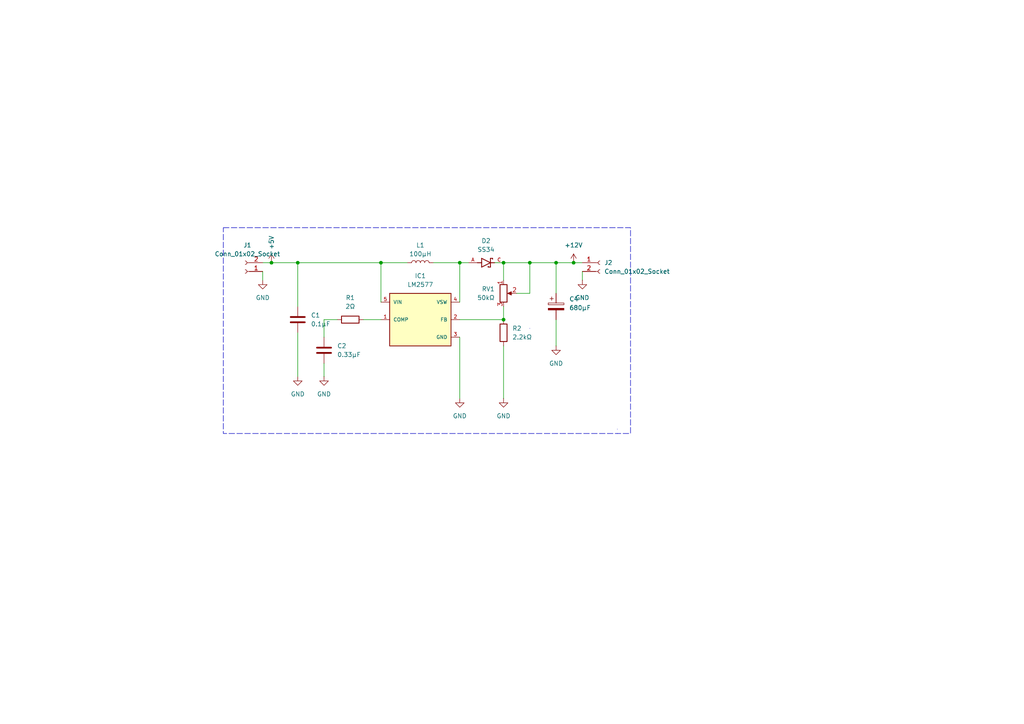
<source format=kicad_sch>
(kicad_sch
	(version 20231120)
	(generator "eeschema")
	(generator_version "8.0")
	(uuid "e246c04f-e4da-414d-a37b-f27ace7b7c1e")
	(paper "A4")
	(title_block
		(title "PCB Magang Barunastra")
		(comment 1 "Buck Boost Converter")
	)
	(lib_symbols
		(symbol "Connector:Conn_01x02_Socket"
			(pin_names
				(offset 1.016) hide)
			(exclude_from_sim no)
			(in_bom yes)
			(on_board yes)
			(property "Reference" "J"
				(at 0 2.54 0)
				(effects
					(font
						(size 1.27 1.27)
					)
				)
			)
			(property "Value" "Conn_01x02_Socket"
				(at 0 -5.08 0)
				(effects
					(font
						(size 1.27 1.27)
					)
				)
			)
			(property "Footprint" ""
				(at 0 0 0)
				(effects
					(font
						(size 1.27 1.27)
					)
					(hide yes)
				)
			)
			(property "Datasheet" "~"
				(at 0 0 0)
				(effects
					(font
						(size 1.27 1.27)
					)
					(hide yes)
				)
			)
			(property "Description" "Generic connector, single row, 01x02, script generated"
				(at 0 0 0)
				(effects
					(font
						(size 1.27 1.27)
					)
					(hide yes)
				)
			)
			(property "ki_locked" ""
				(at 0 0 0)
				(effects
					(font
						(size 1.27 1.27)
					)
				)
			)
			(property "ki_keywords" "connector"
				(at 0 0 0)
				(effects
					(font
						(size 1.27 1.27)
					)
					(hide yes)
				)
			)
			(property "ki_fp_filters" "Connector*:*_1x??_*"
				(at 0 0 0)
				(effects
					(font
						(size 1.27 1.27)
					)
					(hide yes)
				)
			)
			(symbol "Conn_01x02_Socket_1_1"
				(arc
					(start 0 -2.032)
					(mid -0.5058 -2.54)
					(end 0 -3.048)
					(stroke
						(width 0.1524)
						(type default)
					)
					(fill
						(type none)
					)
				)
				(polyline
					(pts
						(xy -1.27 -2.54) (xy -0.508 -2.54)
					)
					(stroke
						(width 0.1524)
						(type default)
					)
					(fill
						(type none)
					)
				)
				(polyline
					(pts
						(xy -1.27 0) (xy -0.508 0)
					)
					(stroke
						(width 0.1524)
						(type default)
					)
					(fill
						(type none)
					)
				)
				(arc
					(start 0 0.508)
					(mid -0.5058 0)
					(end 0 -0.508)
					(stroke
						(width 0.1524)
						(type default)
					)
					(fill
						(type none)
					)
				)
				(pin passive line
					(at -5.08 0 0)
					(length 3.81)
					(name "Pin_1"
						(effects
							(font
								(size 1.27 1.27)
							)
						)
					)
					(number "1"
						(effects
							(font
								(size 1.27 1.27)
							)
						)
					)
				)
				(pin passive line
					(at -5.08 -2.54 0)
					(length 3.81)
					(name "Pin_2"
						(effects
							(font
								(size 1.27 1.27)
							)
						)
					)
					(number "2"
						(effects
							(font
								(size 1.27 1.27)
							)
						)
					)
				)
			)
		)
		(symbol "Device:C"
			(pin_numbers hide)
			(pin_names
				(offset 0.254)
			)
			(exclude_from_sim no)
			(in_bom yes)
			(on_board yes)
			(property "Reference" "C"
				(at 0.635 2.54 0)
				(effects
					(font
						(size 1.27 1.27)
					)
					(justify left)
				)
			)
			(property "Value" "C"
				(at 0.635 -2.54 0)
				(effects
					(font
						(size 1.27 1.27)
					)
					(justify left)
				)
			)
			(property "Footprint" ""
				(at 0.9652 -3.81 0)
				(effects
					(font
						(size 1.27 1.27)
					)
					(hide yes)
				)
			)
			(property "Datasheet" "~"
				(at 0 0 0)
				(effects
					(font
						(size 1.27 1.27)
					)
					(hide yes)
				)
			)
			(property "Description" "Unpolarized capacitor"
				(at 0 0 0)
				(effects
					(font
						(size 1.27 1.27)
					)
					(hide yes)
				)
			)
			(property "ki_keywords" "cap capacitor"
				(at 0 0 0)
				(effects
					(font
						(size 1.27 1.27)
					)
					(hide yes)
				)
			)
			(property "ki_fp_filters" "C_*"
				(at 0 0 0)
				(effects
					(font
						(size 1.27 1.27)
					)
					(hide yes)
				)
			)
			(symbol "C_0_1"
				(polyline
					(pts
						(xy -2.032 -0.762) (xy 2.032 -0.762)
					)
					(stroke
						(width 0.508)
						(type default)
					)
					(fill
						(type none)
					)
				)
				(polyline
					(pts
						(xy -2.032 0.762) (xy 2.032 0.762)
					)
					(stroke
						(width 0.508)
						(type default)
					)
					(fill
						(type none)
					)
				)
			)
			(symbol "C_1_1"
				(pin passive line
					(at 0 3.81 270)
					(length 2.794)
					(name "~"
						(effects
							(font
								(size 1.27 1.27)
							)
						)
					)
					(number "1"
						(effects
							(font
								(size 1.27 1.27)
							)
						)
					)
				)
				(pin passive line
					(at 0 -3.81 90)
					(length 2.794)
					(name "~"
						(effects
							(font
								(size 1.27 1.27)
							)
						)
					)
					(number "2"
						(effects
							(font
								(size 1.27 1.27)
							)
						)
					)
				)
			)
		)
		(symbol "Device:C_Polarized"
			(pin_numbers hide)
			(pin_names
				(offset 0.254)
			)
			(exclude_from_sim no)
			(in_bom yes)
			(on_board yes)
			(property "Reference" "C"
				(at 0.635 2.54 0)
				(effects
					(font
						(size 1.27 1.27)
					)
					(justify left)
				)
			)
			(property "Value" "C_Polarized"
				(at 0.635 -2.54 0)
				(effects
					(font
						(size 1.27 1.27)
					)
					(justify left)
				)
			)
			(property "Footprint" ""
				(at 0.9652 -3.81 0)
				(effects
					(font
						(size 1.27 1.27)
					)
					(hide yes)
				)
			)
			(property "Datasheet" "~"
				(at 0 0 0)
				(effects
					(font
						(size 1.27 1.27)
					)
					(hide yes)
				)
			)
			(property "Description" "Polarized capacitor"
				(at 0 0 0)
				(effects
					(font
						(size 1.27 1.27)
					)
					(hide yes)
				)
			)
			(property "ki_keywords" "cap capacitor"
				(at 0 0 0)
				(effects
					(font
						(size 1.27 1.27)
					)
					(hide yes)
				)
			)
			(property "ki_fp_filters" "CP_*"
				(at 0 0 0)
				(effects
					(font
						(size 1.27 1.27)
					)
					(hide yes)
				)
			)
			(symbol "C_Polarized_0_1"
				(rectangle
					(start -2.286 0.508)
					(end 2.286 1.016)
					(stroke
						(width 0)
						(type default)
					)
					(fill
						(type none)
					)
				)
				(polyline
					(pts
						(xy -1.778 2.286) (xy -0.762 2.286)
					)
					(stroke
						(width 0)
						(type default)
					)
					(fill
						(type none)
					)
				)
				(polyline
					(pts
						(xy -1.27 2.794) (xy -1.27 1.778)
					)
					(stroke
						(width 0)
						(type default)
					)
					(fill
						(type none)
					)
				)
				(rectangle
					(start 2.286 -0.508)
					(end -2.286 -1.016)
					(stroke
						(width 0)
						(type default)
					)
					(fill
						(type outline)
					)
				)
			)
			(symbol "C_Polarized_1_1"
				(pin passive line
					(at 0 3.81 270)
					(length 2.794)
					(name "~"
						(effects
							(font
								(size 1.27 1.27)
							)
						)
					)
					(number "1"
						(effects
							(font
								(size 1.27 1.27)
							)
						)
					)
				)
				(pin passive line
					(at 0 -3.81 90)
					(length 2.794)
					(name "~"
						(effects
							(font
								(size 1.27 1.27)
							)
						)
					)
					(number "2"
						(effects
							(font
								(size 1.27 1.27)
							)
						)
					)
				)
			)
		)
		(symbol "Device:L"
			(pin_numbers hide)
			(pin_names
				(offset 1.016) hide)
			(exclude_from_sim no)
			(in_bom yes)
			(on_board yes)
			(property "Reference" "L"
				(at -1.27 0 90)
				(effects
					(font
						(size 1.27 1.27)
					)
				)
			)
			(property "Value" "L"
				(at 1.905 0 90)
				(effects
					(font
						(size 1.27 1.27)
					)
				)
			)
			(property "Footprint" ""
				(at 0 0 0)
				(effects
					(font
						(size 1.27 1.27)
					)
					(hide yes)
				)
			)
			(property "Datasheet" "~"
				(at 0 0 0)
				(effects
					(font
						(size 1.27 1.27)
					)
					(hide yes)
				)
			)
			(property "Description" "Inductor"
				(at 0 0 0)
				(effects
					(font
						(size 1.27 1.27)
					)
					(hide yes)
				)
			)
			(property "ki_keywords" "inductor choke coil reactor magnetic"
				(at 0 0 0)
				(effects
					(font
						(size 1.27 1.27)
					)
					(hide yes)
				)
			)
			(property "ki_fp_filters" "Choke_* *Coil* Inductor_* L_*"
				(at 0 0 0)
				(effects
					(font
						(size 1.27 1.27)
					)
					(hide yes)
				)
			)
			(symbol "L_0_1"
				(arc
					(start 0 -2.54)
					(mid 0.6323 -1.905)
					(end 0 -1.27)
					(stroke
						(width 0)
						(type default)
					)
					(fill
						(type none)
					)
				)
				(arc
					(start 0 -1.27)
					(mid 0.6323 -0.635)
					(end 0 0)
					(stroke
						(width 0)
						(type default)
					)
					(fill
						(type none)
					)
				)
				(arc
					(start 0 0)
					(mid 0.6323 0.635)
					(end 0 1.27)
					(stroke
						(width 0)
						(type default)
					)
					(fill
						(type none)
					)
				)
				(arc
					(start 0 1.27)
					(mid 0.6323 1.905)
					(end 0 2.54)
					(stroke
						(width 0)
						(type default)
					)
					(fill
						(type none)
					)
				)
			)
			(symbol "L_1_1"
				(pin passive line
					(at 0 3.81 270)
					(length 1.27)
					(name "1"
						(effects
							(font
								(size 1.27 1.27)
							)
						)
					)
					(number "1"
						(effects
							(font
								(size 1.27 1.27)
							)
						)
					)
				)
				(pin passive line
					(at 0 -3.81 90)
					(length 1.27)
					(name "2"
						(effects
							(font
								(size 1.27 1.27)
							)
						)
					)
					(number "2"
						(effects
							(font
								(size 1.27 1.27)
							)
						)
					)
				)
			)
		)
		(symbol "Device:R"
			(pin_numbers hide)
			(pin_names
				(offset 0)
			)
			(exclude_from_sim no)
			(in_bom yes)
			(on_board yes)
			(property "Reference" "R"
				(at 2.032 0 90)
				(effects
					(font
						(size 1.27 1.27)
					)
				)
			)
			(property "Value" "R"
				(at 0 0 90)
				(effects
					(font
						(size 1.27 1.27)
					)
				)
			)
			(property "Footprint" ""
				(at -1.778 0 90)
				(effects
					(font
						(size 1.27 1.27)
					)
					(hide yes)
				)
			)
			(property "Datasheet" "~"
				(at 0 0 0)
				(effects
					(font
						(size 1.27 1.27)
					)
					(hide yes)
				)
			)
			(property "Description" "Resistor"
				(at 0 0 0)
				(effects
					(font
						(size 1.27 1.27)
					)
					(hide yes)
				)
			)
			(property "ki_keywords" "R res resistor"
				(at 0 0 0)
				(effects
					(font
						(size 1.27 1.27)
					)
					(hide yes)
				)
			)
			(property "ki_fp_filters" "R_*"
				(at 0 0 0)
				(effects
					(font
						(size 1.27 1.27)
					)
					(hide yes)
				)
			)
			(symbol "R_0_1"
				(rectangle
					(start -1.016 -2.54)
					(end 1.016 2.54)
					(stroke
						(width 0.254)
						(type default)
					)
					(fill
						(type none)
					)
				)
			)
			(symbol "R_1_1"
				(pin passive line
					(at 0 3.81 270)
					(length 1.27)
					(name "~"
						(effects
							(font
								(size 1.27 1.27)
							)
						)
					)
					(number "1"
						(effects
							(font
								(size 1.27 1.27)
							)
						)
					)
				)
				(pin passive line
					(at 0 -3.81 90)
					(length 1.27)
					(name "~"
						(effects
							(font
								(size 1.27 1.27)
							)
						)
					)
					(number "2"
						(effects
							(font
								(size 1.27 1.27)
							)
						)
					)
				)
			)
		)
		(symbol "Device:R_Potentiometer"
			(pin_names
				(offset 1.016) hide)
			(exclude_from_sim no)
			(in_bom yes)
			(on_board yes)
			(property "Reference" "RV"
				(at -4.445 0 90)
				(effects
					(font
						(size 1.27 1.27)
					)
				)
			)
			(property "Value" "R_Potentiometer"
				(at -2.54 0 90)
				(effects
					(font
						(size 1.27 1.27)
					)
				)
			)
			(property "Footprint" ""
				(at 0 0 0)
				(effects
					(font
						(size 1.27 1.27)
					)
					(hide yes)
				)
			)
			(property "Datasheet" "~"
				(at 0 0 0)
				(effects
					(font
						(size 1.27 1.27)
					)
					(hide yes)
				)
			)
			(property "Description" "Potentiometer"
				(at 0 0 0)
				(effects
					(font
						(size 1.27 1.27)
					)
					(hide yes)
				)
			)
			(property "ki_keywords" "resistor variable"
				(at 0 0 0)
				(effects
					(font
						(size 1.27 1.27)
					)
					(hide yes)
				)
			)
			(property "ki_fp_filters" "Potentiometer*"
				(at 0 0 0)
				(effects
					(font
						(size 1.27 1.27)
					)
					(hide yes)
				)
			)
			(symbol "R_Potentiometer_0_1"
				(polyline
					(pts
						(xy 2.54 0) (xy 1.524 0)
					)
					(stroke
						(width 0)
						(type default)
					)
					(fill
						(type none)
					)
				)
				(polyline
					(pts
						(xy 1.143 0) (xy 2.286 0.508) (xy 2.286 -0.508) (xy 1.143 0)
					)
					(stroke
						(width 0)
						(type default)
					)
					(fill
						(type outline)
					)
				)
				(rectangle
					(start 1.016 2.54)
					(end -1.016 -2.54)
					(stroke
						(width 0.254)
						(type default)
					)
					(fill
						(type none)
					)
				)
			)
			(symbol "R_Potentiometer_1_1"
				(pin passive line
					(at 0 3.81 270)
					(length 1.27)
					(name "1"
						(effects
							(font
								(size 1.27 1.27)
							)
						)
					)
					(number "1"
						(effects
							(font
								(size 1.27 1.27)
							)
						)
					)
				)
				(pin passive line
					(at 3.81 0 180)
					(length 1.27)
					(name "2"
						(effects
							(font
								(size 1.27 1.27)
							)
						)
					)
					(number "2"
						(effects
							(font
								(size 1.27 1.27)
							)
						)
					)
				)
				(pin passive line
					(at 0 -3.81 90)
					(length 1.27)
					(name "3"
						(effects
							(font
								(size 1.27 1.27)
							)
						)
					)
					(number "3"
						(effects
							(font
								(size 1.27 1.27)
							)
						)
					)
				)
			)
		)
		(symbol "LM2577:LM2577"
			(pin_names
				(offset 1.016)
			)
			(exclude_from_sim no)
			(in_bom yes)
			(on_board yes)
			(property "Reference" "IC"
				(at -7.6227 8.283 0)
				(effects
					(font
						(size 1.27 1.27)
					)
					(justify left bottom)
				)
			)
			(property "Value" "LM2577"
				(at -7.6346 -10.1795 0)
				(effects
					(font
						(size 1.27 1.27)
					)
					(justify left bottom)
				)
			)
			(property "Footprint" ""
				(at 0 0 0)
				(effects
					(font
						(size 1.27 1.27)
					)
					(hide yes)
				)
			)
			(property "Datasheet" ""
				(at 0 0 0)
				(effects
					(font
						(size 1.27 1.27)
					)
					(hide yes)
				)
			)
			(property "Description" ""
				(at 0 0 0)
				(effects
					(font
						(size 1.27 1.27)
					)
					(hide yes)
				)
			)
			(property "MF" "Texas Instruments"
				(at 0 0 0)
				(effects
					(font
						(size 1.27 1.27)
					)
					(justify bottom)
					(hide yes)
				)
			)
			(property "Description_1" "\n                        \n                            Boost, Flyback, Forward Converter Switching Regulator IC Positive or Negative Adjustable 1.23V 1 Output 3A (Switch) TO-263-6, D²Pak (5 Leads + Tab), TO-263BA\n                        \n"
				(at 0 0 0)
				(effects
					(font
						(size 1.27 1.27)
					)
					(justify bottom)
					(hide yes)
				)
			)
			(property "Package" "TO-263 Texas Instruments"
				(at 0 0 0)
				(effects
					(font
						(size 1.27 1.27)
					)
					(justify bottom)
					(hide yes)
				)
			)
			(property "Price" "None"
				(at 0 0 0)
				(effects
					(font
						(size 1.27 1.27)
					)
					(justify bottom)
					(hide yes)
				)
			)
			(property "SnapEDA_Link" "https://www.snapeda.com/parts/LM2577/Texas+Instruments/view-part/?ref=snap"
				(at 0 0 0)
				(effects
					(font
						(size 1.27 1.27)
					)
					(justify bottom)
					(hide yes)
				)
			)
			(property "MP" "LM2577"
				(at 0 0 0)
				(effects
					(font
						(size 1.27 1.27)
					)
					(justify bottom)
					(hide yes)
				)
			)
			(property "Availability" "Not in stock"
				(at 0 0 0)
				(effects
					(font
						(size 1.27 1.27)
					)
					(justify bottom)
					(hide yes)
				)
			)
			(property "Check_prices" "https://www.snapeda.com/parts/LM2577/Texas+Instruments/view-part/?ref=eda"
				(at 0 0 0)
				(effects
					(font
						(size 1.27 1.27)
					)
					(justify bottom)
					(hide yes)
				)
			)
			(symbol "LM2577_0_0"
				(rectangle
					(start -7.62 -7.62)
					(end 10.16 7.62)
					(stroke
						(width 0.254)
						(type default)
					)
					(fill
						(type background)
					)
				)
				(pin passive line
					(at -10.16 0 0)
					(length 2.54)
					(name "COMP"
						(effects
							(font
								(size 1.016 1.016)
							)
						)
					)
					(number "1"
						(effects
							(font
								(size 1.016 1.016)
							)
						)
					)
				)
				(pin input line
					(at 12.7 0 180)
					(length 2.54)
					(name "FB"
						(effects
							(font
								(size 1.016 1.016)
							)
						)
					)
					(number "2"
						(effects
							(font
								(size 1.016 1.016)
							)
						)
					)
				)
				(pin power_in line
					(at 12.7 -5.08 180)
					(length 2.54)
					(name "GND"
						(effects
							(font
								(size 1.016 1.016)
							)
						)
					)
					(number "3"
						(effects
							(font
								(size 1.016 1.016)
							)
						)
					)
				)
				(pin bidirectional line
					(at 12.7 5.08 180)
					(length 2.54)
					(name "VSW"
						(effects
							(font
								(size 1.016 1.016)
							)
						)
					)
					(number "4"
						(effects
							(font
								(size 1.016 1.016)
							)
						)
					)
				)
				(pin power_in line
					(at -10.16 5.08 0)
					(length 2.54)
					(name "VIN"
						(effects
							(font
								(size 1.016 1.016)
							)
						)
					)
					(number "5"
						(effects
							(font
								(size 1.016 1.016)
							)
						)
					)
				)
			)
		)
		(symbol "New_Library:SS34"
			(pin_names
				(offset 1.016)
			)
			(exclude_from_sim no)
			(in_bom yes)
			(on_board yes)
			(property "Reference" "D"
				(at -5.08 2.54 0)
				(effects
					(font
						(size 1.27 1.27)
					)
					(justify left bottom)
				)
			)
			(property "Value" "SS34"
				(at -5.08 -3.81 0)
				(effects
					(font
						(size 1.27 1.27)
					)
					(justify left bottom)
				)
			)
			(property "Footprint" "SS34:DIO_SS34"
				(at 0 0 0)
				(effects
					(font
						(size 1.27 1.27)
					)
					(justify bottom)
					(hide yes)
				)
			)
			(property "Datasheet" ""
				(at 0 0 0)
				(effects
					(font
						(size 1.27 1.27)
					)
					(hide yes)
				)
			)
			(property "Description" ""
				(at 0 0 0)
				(effects
					(font
						(size 1.27 1.27)
					)
					(hide yes)
				)
			)
			(property "MF" "Taiwan Semiconductor"
				(at 0 0 0)
				(effects
					(font
						(size 1.27 1.27)
					)
					(justify bottom)
					(hide yes)
				)
			)
			(property "MAXIMUM_PACKAGE_HEIGHT" "2.65mm"
				(at 0 0 0)
				(effects
					(font
						(size 1.27 1.27)
					)
					(justify bottom)
					(hide yes)
				)
			)
			(property "Package" "DO-214AB-2 Taiwan Semiconductor"
				(at 0 0 0)
				(effects
					(font
						(size 1.27 1.27)
					)
					(justify bottom)
					(hide yes)
				)
			)
			(property "Price" "None"
				(at 0 0 0)
				(effects
					(font
						(size 1.27 1.27)
					)
					(justify bottom)
					(hide yes)
				)
			)
			(property "Check_prices" "https://www.snapeda.com/parts/SS34/Taiwan+Semiconductor/view-part/?ref=eda"
				(at 0 0 0)
				(effects
					(font
						(size 1.27 1.27)
					)
					(justify bottom)
					(hide yes)
				)
			)
			(property "STANDARD" "Manufacturer Recommendations"
				(at 0 0 0)
				(effects
					(font
						(size 1.27 1.27)
					)
					(justify bottom)
					(hide yes)
				)
			)
			(property "PARTREV" "S2311"
				(at 0 0 0)
				(effects
					(font
						(size 1.27 1.27)
					)
					(justify bottom)
					(hide yes)
				)
			)
			(property "SnapEDA_Link" "https://www.snapeda.com/parts/SS34/Taiwan+Semiconductor/view-part/?ref=snap"
				(at 0 0 0)
				(effects
					(font
						(size 1.27 1.27)
					)
					(justify bottom)
					(hide yes)
				)
			)
			(property "MP" "SS34"
				(at 0 0 0)
				(effects
					(font
						(size 1.27 1.27)
					)
					(justify bottom)
					(hide yes)
				)
			)
			(property "Description_1" "\n                        \n                            3A, 40V, Schottky Rectifier\n                        \n"
				(at 0 0 0)
				(effects
					(font
						(size 1.27 1.27)
					)
					(justify bottom)
					(hide yes)
				)
			)
			(property "Availability" "In Stock"
				(at 0 0 0)
				(effects
					(font
						(size 1.27 1.27)
					)
					(justify bottom)
					(hide yes)
				)
			)
			(property "MANUFACTURER" "Taiwan Semiconductor"
				(at 0 0 0)
				(effects
					(font
						(size 1.27 1.27)
					)
					(justify bottom)
					(hide yes)
				)
			)
			(symbol "SS34_0_0"
				(polyline
					(pts
						(xy -2.54 0) (xy -1.27 0)
					)
					(stroke
						(width 0.254)
						(type default)
					)
					(fill
						(type none)
					)
				)
				(polyline
					(pts
						(xy -1.27 -1.27) (xy 1.27 0)
					)
					(stroke
						(width 0.254)
						(type default)
					)
					(fill
						(type none)
					)
				)
				(polyline
					(pts
						(xy -1.27 0) (xy -1.27 -1.27)
					)
					(stroke
						(width 0.254)
						(type default)
					)
					(fill
						(type none)
					)
				)
				(polyline
					(pts
						(xy -1.27 1.27) (xy -1.27 0)
					)
					(stroke
						(width 0.254)
						(type default)
					)
					(fill
						(type none)
					)
				)
				(polyline
					(pts
						(xy 0.635 -1.016) (xy 0.635 -1.27)
					)
					(stroke
						(width 0.254)
						(type default)
					)
					(fill
						(type none)
					)
				)
				(polyline
					(pts
						(xy 1.27 -1.27) (xy 0.635 -1.27)
					)
					(stroke
						(width 0.254)
						(type default)
					)
					(fill
						(type none)
					)
				)
				(polyline
					(pts
						(xy 1.27 0) (xy -1.27 1.27)
					)
					(stroke
						(width 0.254)
						(type default)
					)
					(fill
						(type none)
					)
				)
				(polyline
					(pts
						(xy 1.27 0) (xy 1.27 -1.27)
					)
					(stroke
						(width 0.254)
						(type default)
					)
					(fill
						(type none)
					)
				)
				(polyline
					(pts
						(xy 1.27 1.27) (xy 1.27 0)
					)
					(stroke
						(width 0.254)
						(type default)
					)
					(fill
						(type none)
					)
				)
				(polyline
					(pts
						(xy 1.905 1.27) (xy 1.27 1.27)
					)
					(stroke
						(width 0.254)
						(type default)
					)
					(fill
						(type none)
					)
				)
				(polyline
					(pts
						(xy 1.905 1.27) (xy 1.905 1.016)
					)
					(stroke
						(width 0.254)
						(type default)
					)
					(fill
						(type none)
					)
				)
				(polyline
					(pts
						(xy 2.54 0) (xy 1.27 0)
					)
					(stroke
						(width 0.254)
						(type default)
					)
					(fill
						(type none)
					)
				)
				(pin passive line
					(at -5.08 0 0)
					(length 2.54)
					(name "~"
						(effects
							(font
								(size 1.016 1.016)
							)
						)
					)
					(number "A"
						(effects
							(font
								(size 1.016 1.016)
							)
						)
					)
				)
				(pin passive line
					(at 5.08 0 180)
					(length 2.54)
					(name "~"
						(effects
							(font
								(size 1.016 1.016)
							)
						)
					)
					(number "C"
						(effects
							(font
								(size 1.016 1.016)
							)
						)
					)
				)
			)
		)
		(symbol "power:GND"
			(power)
			(pin_numbers hide)
			(pin_names
				(offset 0) hide)
			(exclude_from_sim no)
			(in_bom yes)
			(on_board yes)
			(property "Reference" "#PWR"
				(at 0 -6.35 0)
				(effects
					(font
						(size 1.27 1.27)
					)
					(hide yes)
				)
			)
			(property "Value" "GND"
				(at 0 -3.81 0)
				(effects
					(font
						(size 1.27 1.27)
					)
				)
			)
			(property "Footprint" ""
				(at 0 0 0)
				(effects
					(font
						(size 1.27 1.27)
					)
					(hide yes)
				)
			)
			(property "Datasheet" ""
				(at 0 0 0)
				(effects
					(font
						(size 1.27 1.27)
					)
					(hide yes)
				)
			)
			(property "Description" "Power symbol creates a global label with name \"GND\" , ground"
				(at 0 0 0)
				(effects
					(font
						(size 1.27 1.27)
					)
					(hide yes)
				)
			)
			(property "ki_keywords" "global power"
				(at 0 0 0)
				(effects
					(font
						(size 1.27 1.27)
					)
					(hide yes)
				)
			)
			(symbol "GND_0_1"
				(polyline
					(pts
						(xy 0 0) (xy 0 -1.27) (xy 1.27 -1.27) (xy 0 -2.54) (xy -1.27 -1.27) (xy 0 -1.27)
					)
					(stroke
						(width 0)
						(type default)
					)
					(fill
						(type none)
					)
				)
			)
			(symbol "GND_1_1"
				(pin power_in line
					(at 0 0 270)
					(length 0)
					(name "~"
						(effects
							(font
								(size 1.27 1.27)
							)
						)
					)
					(number "1"
						(effects
							(font
								(size 1.27 1.27)
							)
						)
					)
				)
			)
		)
		(symbol "power:VD"
			(power)
			(pin_numbers hide)
			(pin_names
				(offset 0) hide)
			(exclude_from_sim no)
			(in_bom yes)
			(on_board yes)
			(property "Reference" "#PWR"
				(at 0 -3.81 0)
				(effects
					(font
						(size 1.27 1.27)
					)
					(hide yes)
				)
			)
			(property "Value" "VD"
				(at 0 3.556 0)
				(effects
					(font
						(size 1.27 1.27)
					)
				)
			)
			(property "Footprint" ""
				(at 0 0 0)
				(effects
					(font
						(size 1.27 1.27)
					)
					(hide yes)
				)
			)
			(property "Datasheet" ""
				(at 0 0 0)
				(effects
					(font
						(size 1.27 1.27)
					)
					(hide yes)
				)
			)
			(property "Description" "Power symbol creates a global label with name \"VD\""
				(at 0 0 0)
				(effects
					(font
						(size 1.27 1.27)
					)
					(hide yes)
				)
			)
			(property "ki_keywords" "global power"
				(at 0 0 0)
				(effects
					(font
						(size 1.27 1.27)
					)
					(hide yes)
				)
			)
			(symbol "VD_0_1"
				(polyline
					(pts
						(xy -0.762 1.27) (xy 0 2.54)
					)
					(stroke
						(width 0)
						(type default)
					)
					(fill
						(type none)
					)
				)
				(polyline
					(pts
						(xy 0 0) (xy 0 2.54)
					)
					(stroke
						(width 0)
						(type default)
					)
					(fill
						(type none)
					)
				)
				(polyline
					(pts
						(xy 0 2.54) (xy 0.762 1.27)
					)
					(stroke
						(width 0)
						(type default)
					)
					(fill
						(type none)
					)
				)
			)
			(symbol "VD_1_1"
				(pin power_in line
					(at 0 0 90)
					(length 0)
					(name "~"
						(effects
							(font
								(size 1.27 1.27)
							)
						)
					)
					(number "1"
						(effects
							(font
								(size 1.27 1.27)
							)
						)
					)
				)
			)
		)
	)
	(junction
		(at 133.35 76.2)
		(diameter 0)
		(color 0 0 0 0)
		(uuid "01bf1c5a-f5ec-40b2-b45d-9e628dbb3daa")
	)
	(junction
		(at 166.37 76.2)
		(diameter 0)
		(color 0 0 0 0)
		(uuid "34386608-7745-488f-ad01-ac0d31fe4317")
	)
	(junction
		(at 86.36 76.2)
		(diameter 0)
		(color 0 0 0 0)
		(uuid "5f3fe638-eeef-4b18-8e9c-852372cffab2")
	)
	(junction
		(at 153.67 76.2)
		(diameter 0)
		(color 0 0 0 0)
		(uuid "6c7d78ab-6950-433e-bcbf-b42959bc3b54")
	)
	(junction
		(at 161.29 76.2)
		(diameter 0)
		(color 0 0 0 0)
		(uuid "705b451b-2ad9-434a-9a1a-9982bce3255f")
	)
	(junction
		(at 146.05 76.2)
		(diameter 0)
		(color 0 0 0 0)
		(uuid "7e21bf57-1438-4e57-af11-d801b16b8ff9")
	)
	(junction
		(at 146.05 92.71)
		(diameter 0)
		(color 0 0 0 0)
		(uuid "aeeee756-a09a-457f-8036-800b322cdb73")
	)
	(junction
		(at 110.49 76.2)
		(diameter 0)
		(color 0 0 0 0)
		(uuid "bd09e056-786c-44a9-bdde-4039be68f1da")
	)
	(junction
		(at 78.74 76.2)
		(diameter 0)
		(color 0 0 0 0)
		(uuid "e40da1ad-d899-45ad-bff5-17ce985f2d60")
	)
	(wire
		(pts
			(xy 86.36 96.52) (xy 86.36 109.22)
		)
		(stroke
			(width 0)
			(type default)
		)
		(uuid "151920be-6892-410d-ab5b-4ca9faf9f6c0")
	)
	(wire
		(pts
			(xy 161.29 92.71) (xy 161.29 100.33)
		)
		(stroke
			(width 0)
			(type default)
		)
		(uuid "238b667e-2cf4-4efb-a930-8e607fca40dd")
	)
	(wire
		(pts
			(xy 133.35 76.2) (xy 133.35 87.63)
		)
		(stroke
			(width 0)
			(type default)
		)
		(uuid "2a5e5905-dc60-4203-8cf7-4b41edf56f58")
	)
	(wire
		(pts
			(xy 143.51 76.2) (xy 146.05 76.2)
		)
		(stroke
			(width 0)
			(type default)
		)
		(uuid "332fbd84-a43d-4c94-b13b-88f80aaeafd0")
	)
	(wire
		(pts
			(xy 146.05 88.9) (xy 146.05 92.71)
		)
		(stroke
			(width 0)
			(type default)
		)
		(uuid "43e85b99-375f-44c3-910e-27aac09e3e17")
	)
	(wire
		(pts
			(xy 105.41 92.71) (xy 110.49 92.71)
		)
		(stroke
			(width 0)
			(type default)
		)
		(uuid "4c502e9f-6524-4585-994c-f946fc1229aa")
	)
	(wire
		(pts
			(xy 146.05 76.2) (xy 146.05 81.28)
		)
		(stroke
			(width 0)
			(type default)
		)
		(uuid "4efb3624-a2c7-4149-8d2d-d7e85ba6b257")
	)
	(wire
		(pts
			(xy 153.67 76.2) (xy 161.29 76.2)
		)
		(stroke
			(width 0)
			(type default)
		)
		(uuid "5180dc5f-47a7-4b0e-873e-e96df467cb9d")
	)
	(wire
		(pts
			(xy 133.35 97.79) (xy 133.35 115.57)
		)
		(stroke
			(width 0)
			(type default)
		)
		(uuid "605586ff-0728-471f-b8f4-ab36aed994c6")
	)
	(wire
		(pts
			(xy 110.49 76.2) (xy 86.36 76.2)
		)
		(stroke
			(width 0)
			(type default)
		)
		(uuid "6165e8ca-c0ae-46e8-bd7a-ab8be44ca66d")
	)
	(wire
		(pts
			(xy 161.29 76.2) (xy 166.37 76.2)
		)
		(stroke
			(width 0)
			(type default)
		)
		(uuid "6e01201a-9136-4bec-ad33-001311e6de4f")
	)
	(wire
		(pts
			(xy 146.05 76.2) (xy 153.67 76.2)
		)
		(stroke
			(width 0)
			(type default)
		)
		(uuid "743b6a62-cf38-4a17-92db-59270875309c")
	)
	(wire
		(pts
			(xy 161.29 76.2) (xy 161.29 85.09)
		)
		(stroke
			(width 0)
			(type default)
		)
		(uuid "77d74fd9-1a41-44b0-a9a4-14ea558075f9")
	)
	(wire
		(pts
			(xy 125.73 76.2) (xy 133.35 76.2)
		)
		(stroke
			(width 0)
			(type default)
		)
		(uuid "8f76f94c-2a54-498c-8a82-0f2c072ae133")
	)
	(wire
		(pts
			(xy 149.86 85.09) (xy 153.67 85.09)
		)
		(stroke
			(width 0)
			(type default)
		)
		(uuid "9421af61-ef60-4f8b-9254-8b1695ed1a98")
	)
	(wire
		(pts
			(xy 146.05 100.33) (xy 146.05 115.57)
		)
		(stroke
			(width 0)
			(type default)
		)
		(uuid "95d943cb-b4c0-43f2-89e6-e5e338b77fed")
	)
	(wire
		(pts
			(xy 133.35 76.2) (xy 135.89 76.2)
		)
		(stroke
			(width 0)
			(type default)
		)
		(uuid "96f5da67-344b-4654-8077-325d9bf96d20")
	)
	(wire
		(pts
			(xy 133.35 92.71) (xy 146.05 92.71)
		)
		(stroke
			(width 0)
			(type default)
		)
		(uuid "a6494c98-9280-4aa9-b3c5-d30ca85ba2d4")
	)
	(wire
		(pts
			(xy 110.49 87.63) (xy 110.49 76.2)
		)
		(stroke
			(width 0)
			(type default)
		)
		(uuid "af3c696f-8f75-4d44-9ad6-fb3b694cbddd")
	)
	(wire
		(pts
			(xy 153.67 85.09) (xy 153.67 76.2)
		)
		(stroke
			(width 0)
			(type default)
		)
		(uuid "b0429d7b-56bd-43fb-8b0e-efd6ad864cda")
	)
	(wire
		(pts
			(xy 76.2 76.2) (xy 78.74 76.2)
		)
		(stroke
			(width 0)
			(type default)
		)
		(uuid "b9cca455-e993-4dac-b5a4-35a444140bbd")
	)
	(wire
		(pts
			(xy 97.79 92.71) (xy 93.98 92.71)
		)
		(stroke
			(width 0)
			(type default)
		)
		(uuid "bd3afe31-dd87-4dc6-915f-02bf3596a09c")
	)
	(wire
		(pts
			(xy 93.98 92.71) (xy 93.98 97.79)
		)
		(stroke
			(width 0)
			(type default)
		)
		(uuid "c847f36c-651a-44d3-b3eb-e94615467a63")
	)
	(wire
		(pts
			(xy 168.91 76.2) (xy 166.37 76.2)
		)
		(stroke
			(width 0)
			(type default)
		)
		(uuid "ddfbb6f1-53f7-458b-97a3-9473c237143e")
	)
	(wire
		(pts
			(xy 110.49 76.2) (xy 118.11 76.2)
		)
		(stroke
			(width 0)
			(type default)
		)
		(uuid "e3c671c3-e21f-4366-b234-77a9b2f865f9")
	)
	(wire
		(pts
			(xy 168.91 78.74) (xy 168.91 81.28)
		)
		(stroke
			(width 0)
			(type default)
		)
		(uuid "e4506ddb-43d1-434a-a597-4e58d57cf9cb")
	)
	(wire
		(pts
			(xy 93.98 105.41) (xy 93.98 109.22)
		)
		(stroke
			(width 0)
			(type default)
		)
		(uuid "e696e23f-01c9-4004-b93d-e2394a557380")
	)
	(wire
		(pts
			(xy 78.74 76.2) (xy 86.36 76.2)
		)
		(stroke
			(width 0)
			(type default)
		)
		(uuid "ec38f76a-89a4-4ea8-9160-4bf2f5e76d68")
	)
	(wire
		(pts
			(xy 86.36 76.2) (xy 86.36 88.9)
		)
		(stroke
			(width 0)
			(type default)
		)
		(uuid "f27578cb-fac3-4ffe-8692-e9742c48b09c")
	)
	(wire
		(pts
			(xy 76.2 78.74) (xy 76.2 81.28)
		)
		(stroke
			(width 0)
			(type default)
		)
		(uuid "fc202617-c552-4dfd-86f6-477328384d27")
	)
	(rectangle
		(start 64.77 66.04)
		(end 182.88 125.73)
		(stroke
			(width 0)
			(type dash)
		)
		(fill
			(type none)
		)
		(uuid 3b97dfea-c4b1-4373-858b-5fd04821df55)
	)
	(rectangle
		(start 153.67 95.25)
		(end 153.67 95.25)
		(stroke
			(width 0)
			(type default)
		)
		(fill
			(type none)
		)
		(uuid 498af76d-eb0c-4c3f-b08c-00d35b78869d)
	)
	(rectangle
		(start 179.07 125.73)
		(end 179.07 125.73)
		(stroke
			(width 0)
			(type default)
		)
		(fill
			(type none)
		)
		(uuid 88fcf378-409a-49b2-abf3-5a86e18d1c96)
	)
	(rectangle
		(start 179.07 124.46)
		(end 179.07 124.46)
		(stroke
			(width 0)
			(type default)
		)
		(fill
			(type none)
		)
		(uuid a2b9dcbe-1b2b-43bb-8141-984547a5c0bd)
	)
	(symbol
		(lib_id "power:GND")
		(at 93.98 109.22 0)
		(unit 1)
		(exclude_from_sim no)
		(in_bom yes)
		(on_board yes)
		(dnp no)
		(fields_autoplaced yes)
		(uuid "002de760-6424-4d5a-adbe-e524f924c5d9")
		(property "Reference" "#PWR06"
			(at 93.98 115.57 0)
			(effects
				(font
					(size 1.27 1.27)
				)
				(hide yes)
			)
		)
		(property "Value" "GND"
			(at 93.98 114.3 0)
			(effects
				(font
					(size 1.27 1.27)
				)
			)
		)
		(property "Footprint" ""
			(at 93.98 109.22 0)
			(effects
				(font
					(size 1.27 1.27)
				)
				(hide yes)
			)
		)
		(property "Datasheet" ""
			(at 93.98 109.22 0)
			(effects
				(font
					(size 1.27 1.27)
				)
				(hide yes)
			)
		)
		(property "Description" "Power symbol creates a global label with name \"GND\" , ground"
			(at 93.98 109.22 0)
			(effects
				(font
					(size 1.27 1.27)
				)
				(hide yes)
			)
		)
		(pin "1"
			(uuid "3d2358e4-26c3-417c-94d7-75b852cb7a46")
		)
		(instances
			(project "Intership Barunastra"
				(path "/e246c04f-e4da-414d-a37b-f27ace7b7c1e"
					(reference "#PWR06")
					(unit 1)
				)
			)
		)
	)
	(symbol
		(lib_id "power:GND")
		(at 146.05 115.57 0)
		(unit 1)
		(exclude_from_sim no)
		(in_bom yes)
		(on_board yes)
		(dnp no)
		(fields_autoplaced yes)
		(uuid "3f82c899-450f-4c76-aa3f-3dba93ec34aa")
		(property "Reference" "#PWR01"
			(at 146.05 121.92 0)
			(effects
				(font
					(size 1.27 1.27)
				)
				(hide yes)
			)
		)
		(property "Value" "GND"
			(at 146.05 120.65 0)
			(effects
				(font
					(size 1.27 1.27)
				)
			)
		)
		(property "Footprint" ""
			(at 146.05 115.57 0)
			(effects
				(font
					(size 1.27 1.27)
				)
				(hide yes)
			)
		)
		(property "Datasheet" ""
			(at 146.05 115.57 0)
			(effects
				(font
					(size 1.27 1.27)
				)
				(hide yes)
			)
		)
		(property "Description" "Power symbol creates a global label with name \"GND\" , ground"
			(at 146.05 115.57 0)
			(effects
				(font
					(size 1.27 1.27)
				)
				(hide yes)
			)
		)
		(pin "1"
			(uuid "ca14eb87-6517-42c1-97af-cb321e355289")
		)
		(instances
			(project "Intership Barunastra"
				(path "/e246c04f-e4da-414d-a37b-f27ace7b7c1e"
					(reference "#PWR01")
					(unit 1)
				)
			)
		)
	)
	(symbol
		(lib_id "power:GND")
		(at 161.29 100.33 0)
		(unit 1)
		(exclude_from_sim no)
		(in_bom yes)
		(on_board yes)
		(dnp no)
		(fields_autoplaced yes)
		(uuid "52710f4f-b19f-475e-a598-0bf6369aed9d")
		(property "Reference" "#PWR02"
			(at 161.29 106.68 0)
			(effects
				(font
					(size 1.27 1.27)
				)
				(hide yes)
			)
		)
		(property "Value" "GND"
			(at 161.29 105.41 0)
			(effects
				(font
					(size 1.27 1.27)
				)
			)
		)
		(property "Footprint" ""
			(at 161.29 100.33 0)
			(effects
				(font
					(size 1.27 1.27)
				)
				(hide yes)
			)
		)
		(property "Datasheet" ""
			(at 161.29 100.33 0)
			(effects
				(font
					(size 1.27 1.27)
				)
				(hide yes)
			)
		)
		(property "Description" "Power symbol creates a global label with name \"GND\" , ground"
			(at 161.29 100.33 0)
			(effects
				(font
					(size 1.27 1.27)
				)
				(hide yes)
			)
		)
		(pin "1"
			(uuid "7d61255d-72c1-476d-9669-53320fba2e56")
		)
		(instances
			(project "Intership Barunastra"
				(path "/e246c04f-e4da-414d-a37b-f27ace7b7c1e"
					(reference "#PWR02")
					(unit 1)
				)
			)
		)
	)
	(symbol
		(lib_id "power:GND")
		(at 86.36 109.22 0)
		(unit 1)
		(exclude_from_sim no)
		(in_bom yes)
		(on_board yes)
		(dnp no)
		(fields_autoplaced yes)
		(uuid "5fa4b0b1-cde8-4b59-ae2b-a65334614256")
		(property "Reference" "#PWR03"
			(at 86.36 115.57 0)
			(effects
				(font
					(size 1.27 1.27)
				)
				(hide yes)
			)
		)
		(property "Value" "GND"
			(at 86.36 114.3 0)
			(effects
				(font
					(size 1.27 1.27)
				)
			)
		)
		(property "Footprint" ""
			(at 86.36 109.22 0)
			(effects
				(font
					(size 1.27 1.27)
				)
				(hide yes)
			)
		)
		(property "Datasheet" ""
			(at 86.36 109.22 0)
			(effects
				(font
					(size 1.27 1.27)
				)
				(hide yes)
			)
		)
		(property "Description" "Power symbol creates a global label with name \"GND\" , ground"
			(at 86.36 109.22 0)
			(effects
				(font
					(size 1.27 1.27)
				)
				(hide yes)
			)
		)
		(pin "1"
			(uuid "58859418-5cf3-41b2-8059-1085211415f9")
		)
		(instances
			(project "Intership Barunastra"
				(path "/e246c04f-e4da-414d-a37b-f27ace7b7c1e"
					(reference "#PWR03")
					(unit 1)
				)
			)
		)
	)
	(symbol
		(lib_id "Device:R")
		(at 146.05 96.52 0)
		(unit 1)
		(exclude_from_sim no)
		(in_bom yes)
		(on_board yes)
		(dnp no)
		(fields_autoplaced yes)
		(uuid "63296aba-f2ed-4377-a51a-d0f3b87cf008")
		(property "Reference" "R2"
			(at 148.59 95.2499 0)
			(effects
				(font
					(size 1.27 1.27)
				)
				(justify left)
			)
		)
		(property "Value" "2.2kΩ"
			(at 148.59 97.7899 0)
			(effects
				(font
					(size 1.27 1.27)
				)
				(justify left)
			)
		)
		(property "Footprint" "Resistor_SMD:R_1206_3216Metric_Pad1.30x1.75mm_HandSolder"
			(at 144.272 96.52 90)
			(effects
				(font
					(size 1.27 1.27)
				)
				(hide yes)
			)
		)
		(property "Datasheet" "~"
			(at 146.05 96.52 0)
			(effects
				(font
					(size 1.27 1.27)
				)
				(hide yes)
			)
		)
		(property "Description" "Resistor"
			(at 146.05 96.52 0)
			(effects
				(font
					(size 1.27 1.27)
				)
				(hide yes)
			)
		)
		(pin "2"
			(uuid "9660b635-4b7b-4ce1-bcc1-adeb6ebf4dbd")
		)
		(pin "1"
			(uuid "f3977a81-51aa-4687-94f2-74ca19a50c21")
		)
		(instances
			(project ""
				(path "/e246c04f-e4da-414d-a37b-f27ace7b7c1e"
					(reference "R2")
					(unit 1)
				)
			)
		)
	)
	(symbol
		(lib_id "Device:L")
		(at 121.92 76.2 90)
		(unit 1)
		(exclude_from_sim no)
		(in_bom yes)
		(on_board yes)
		(dnp no)
		(fields_autoplaced yes)
		(uuid "6a9ade1d-3088-4dd6-98fa-b56d5c4cf1b5")
		(property "Reference" "L1"
			(at 121.92 71.12 90)
			(effects
				(font
					(size 1.27 1.27)
				)
			)
		)
		(property "Value" "100µH"
			(at 121.92 73.66 90)
			(effects
				(font
					(size 1.27 1.27)
				)
			)
		)
		(property "Footprint" "Library:INDP125125X600N"
			(at 121.92 76.2 0)
			(effects
				(font
					(size 1.27 1.27)
				)
				(hide yes)
			)
		)
		(property "Datasheet" "~"
			(at 121.92 76.2 0)
			(effects
				(font
					(size 1.27 1.27)
				)
				(hide yes)
			)
		)
		(property "Description" "Inductor"
			(at 121.92 76.2 0)
			(effects
				(font
					(size 1.27 1.27)
				)
				(hide yes)
			)
		)
		(pin "2"
			(uuid "d06987cd-94bf-4814-aeac-0b066cbe40a0")
		)
		(pin "1"
			(uuid "580e5f46-9b70-443a-8815-06d771390444")
		)
		(instances
			(project ""
				(path "/e246c04f-e4da-414d-a37b-f27ace7b7c1e"
					(reference "L1")
					(unit 1)
				)
			)
		)
	)
	(symbol
		(lib_id "Device:C")
		(at 93.98 101.6 0)
		(unit 1)
		(exclude_from_sim no)
		(in_bom yes)
		(on_board yes)
		(dnp no)
		(fields_autoplaced yes)
		(uuid "6d0ba907-1129-4aab-8bd4-5e48fd2eea47")
		(property "Reference" "C2"
			(at 97.79 100.3299 0)
			(effects
				(font
					(size 1.27 1.27)
				)
				(justify left)
			)
		)
		(property "Value" "0.33µF"
			(at 97.79 102.8699 0)
			(effects
				(font
					(size 1.27 1.27)
				)
				(justify left)
			)
		)
		(property "Footprint" "Library:CAP_EEEFK1C101V"
			(at 94.9452 105.41 0)
			(effects
				(font
					(size 1.27 1.27)
				)
				(hide yes)
			)
		)
		(property "Datasheet" "~"
			(at 93.98 101.6 0)
			(effects
				(font
					(size 1.27 1.27)
				)
				(hide yes)
			)
		)
		(property "Description" "Unpolarized capacitor"
			(at 93.98 101.6 0)
			(effects
				(font
					(size 1.27 1.27)
				)
				(hide yes)
			)
		)
		(pin "2"
			(uuid "63a1f77f-e18d-4dc9-9c7c-887a584f9757")
		)
		(pin "1"
			(uuid "aa680203-83ff-4803-bdb0-f6a6ca63b0aa")
		)
		(instances
			(project ""
				(path "/e246c04f-e4da-414d-a37b-f27ace7b7c1e"
					(reference "C2")
					(unit 1)
				)
			)
		)
	)
	(symbol
		(lib_id "power:GND")
		(at 76.2 81.28 0)
		(unit 1)
		(exclude_from_sim no)
		(in_bom yes)
		(on_board yes)
		(dnp no)
		(fields_autoplaced yes)
		(uuid "6dcc5af8-7ea1-4d02-bd83-bd718c2a60a7")
		(property "Reference" "#PWR08"
			(at 76.2 87.63 0)
			(effects
				(font
					(size 1.27 1.27)
				)
				(hide yes)
			)
		)
		(property "Value" "GND"
			(at 76.2 86.36 0)
			(effects
				(font
					(size 1.27 1.27)
				)
			)
		)
		(property "Footprint" ""
			(at 76.2 81.28 0)
			(effects
				(font
					(size 1.27 1.27)
				)
				(hide yes)
			)
		)
		(property "Datasheet" ""
			(at 76.2 81.28 0)
			(effects
				(font
					(size 1.27 1.27)
				)
				(hide yes)
			)
		)
		(property "Description" "Power symbol creates a global label with name \"GND\" , ground"
			(at 76.2 81.28 0)
			(effects
				(font
					(size 1.27 1.27)
				)
				(hide yes)
			)
		)
		(pin "1"
			(uuid "0d45651d-e768-4ab7-b372-19d4d4b5894f")
		)
		(instances
			(project "Intership Barunastra"
				(path "/e246c04f-e4da-414d-a37b-f27ace7b7c1e"
					(reference "#PWR08")
					(unit 1)
				)
			)
		)
	)
	(symbol
		(lib_id "Connector:Conn_01x02_Socket")
		(at 71.12 78.74 180)
		(unit 1)
		(exclude_from_sim no)
		(in_bom yes)
		(on_board yes)
		(dnp no)
		(fields_autoplaced yes)
		(uuid "7b2f7aeb-0a67-42e3-8eba-939a0243b7b6")
		(property "Reference" "J1"
			(at 71.755 71.12 0)
			(effects
				(font
					(size 1.27 1.27)
				)
			)
		)
		(property "Value" "Conn_01x02_Socket"
			(at 71.755 73.66 0)
			(effects
				(font
					(size 1.27 1.27)
				)
			)
		)
		(property "Footprint" "Connector_Phoenix_GMSTB:PhoenixContact_GMSTBA_2,5_2-G-7,62_1x02_P7.62mm_Horizontal"
			(at 71.12 78.74 0)
			(effects
				(font
					(size 1.27 1.27)
				)
				(hide yes)
			)
		)
		(property "Datasheet" "~"
			(at 71.12 78.74 0)
			(effects
				(font
					(size 1.27 1.27)
				)
				(hide yes)
			)
		)
		(property "Description" "Generic connector, single row, 01x02, script generated"
			(at 71.12 78.74 0)
			(effects
				(font
					(size 1.27 1.27)
				)
				(hide yes)
			)
		)
		(pin "2"
			(uuid "ef95e90b-8f7f-4d47-9e01-243812cbb109")
		)
		(pin "1"
			(uuid "deb19e08-73b1-439d-8ec1-ce2cb0b45e38")
		)
		(instances
			(project ""
				(path "/e246c04f-e4da-414d-a37b-f27ace7b7c1e"
					(reference "J1")
					(unit 1)
				)
			)
		)
	)
	(symbol
		(lib_id "Device:R")
		(at 101.6 92.71 90)
		(unit 1)
		(exclude_from_sim no)
		(in_bom yes)
		(on_board yes)
		(dnp no)
		(fields_autoplaced yes)
		(uuid "8d5a07e5-95a0-434a-98b3-cc40f0242617")
		(property "Reference" "R1"
			(at 101.6 86.36 90)
			(effects
				(font
					(size 1.27 1.27)
				)
			)
		)
		(property "Value" "2Ω"
			(at 101.6 88.9 90)
			(effects
				(font
					(size 1.27 1.27)
				)
			)
		)
		(property "Footprint" "Resistor_SMD:R_1206_3216Metric_Pad1.30x1.75mm_HandSolder"
			(at 101.6 94.488 90)
			(effects
				(font
					(size 1.27 1.27)
				)
				(hide yes)
			)
		)
		(property "Datasheet" "~"
			(at 101.6 92.71 0)
			(effects
				(font
					(size 1.27 1.27)
				)
				(hide yes)
			)
		)
		(property "Description" "Resistor"
			(at 101.6 92.71 0)
			(effects
				(font
					(size 1.27 1.27)
				)
				(hide yes)
			)
		)
		(pin "2"
			(uuid "0a003514-502d-4a4b-a963-aa185f6ebaed")
		)
		(pin "1"
			(uuid "20b92f88-24a5-45e1-85c4-d6e51819eba2")
		)
		(instances
			(project ""
				(path "/e246c04f-e4da-414d-a37b-f27ace7b7c1e"
					(reference "R1")
					(unit 1)
				)
			)
		)
	)
	(symbol
		(lib_id "power:GND")
		(at 168.91 81.28 0)
		(unit 1)
		(exclude_from_sim no)
		(in_bom yes)
		(on_board yes)
		(dnp no)
		(fields_autoplaced yes)
		(uuid "8df996e8-06a4-45a4-83c9-e5ec34c5ecf1")
		(property "Reference" "#PWR09"
			(at 168.91 87.63 0)
			(effects
				(font
					(size 1.27 1.27)
				)
				(hide yes)
			)
		)
		(property "Value" "GND"
			(at 168.91 86.36 0)
			(effects
				(font
					(size 1.27 1.27)
				)
			)
		)
		(property "Footprint" ""
			(at 168.91 81.28 0)
			(effects
				(font
					(size 1.27 1.27)
				)
				(hide yes)
			)
		)
		(property "Datasheet" ""
			(at 168.91 81.28 0)
			(effects
				(font
					(size 1.27 1.27)
				)
				(hide yes)
			)
		)
		(property "Description" "Power symbol creates a global label with name \"GND\" , ground"
			(at 168.91 81.28 0)
			(effects
				(font
					(size 1.27 1.27)
				)
				(hide yes)
			)
		)
		(pin "1"
			(uuid "e2e4008c-427f-470d-b1ce-ce01d6949c0e")
		)
		(instances
			(project "Intership Barunastra"
				(path "/e246c04f-e4da-414d-a37b-f27ace7b7c1e"
					(reference "#PWR09")
					(unit 1)
				)
			)
		)
	)
	(symbol
		(lib_id "Device:C")
		(at 86.36 92.71 0)
		(unit 1)
		(exclude_from_sim no)
		(in_bom yes)
		(on_board yes)
		(dnp no)
		(fields_autoplaced yes)
		(uuid "90d8992d-3fee-48b2-a463-23fb9922c530")
		(property "Reference" "C1"
			(at 90.17 91.4399 0)
			(effects
				(font
					(size 1.27 1.27)
				)
				(justify left)
			)
		)
		(property "Value" "0.1µF"
			(at 90.17 93.9799 0)
			(effects
				(font
					(size 1.27 1.27)
				)
				(justify left)
			)
		)
		(property "Footprint" "Library:CAP_EEEFK1C101V"
			(at 87.3252 96.52 0)
			(effects
				(font
					(size 1.27 1.27)
				)
				(hide yes)
			)
		)
		(property "Datasheet" "~"
			(at 86.36 92.71 0)
			(effects
				(font
					(size 1.27 1.27)
				)
				(hide yes)
			)
		)
		(property "Description" "Unpolarized capacitor"
			(at 86.36 92.71 0)
			(effects
				(font
					(size 1.27 1.27)
				)
				(hide yes)
			)
		)
		(pin "2"
			(uuid "7aab0b47-cea7-4345-9946-06a71efd3369")
		)
		(pin "1"
			(uuid "6be562cf-7007-436e-bc08-c126454e73b7")
		)
		(instances
			(project ""
				(path "/e246c04f-e4da-414d-a37b-f27ace7b7c1e"
					(reference "C1")
					(unit 1)
				)
			)
		)
	)
	(symbol
		(lib_id "power:VD")
		(at 166.37 76.2 0)
		(unit 1)
		(exclude_from_sim no)
		(in_bom yes)
		(on_board yes)
		(dnp no)
		(fields_autoplaced yes)
		(uuid "a03a28b6-c816-465c-b095-5c5a72c43a2c")
		(property "Reference" "#PWR07"
			(at 166.37 80.01 0)
			(effects
				(font
					(size 1.27 1.27)
				)
				(hide yes)
			)
		)
		(property "Value" "+12V"
			(at 166.37 71.12 0)
			(effects
				(font
					(size 1.27 1.27)
				)
			)
		)
		(property "Footprint" ""
			(at 166.37 76.2 0)
			(effects
				(font
					(size 1.27 1.27)
				)
				(hide yes)
			)
		)
		(property "Datasheet" ""
			(at 166.37 76.2 0)
			(effects
				(font
					(size 1.27 1.27)
				)
				(hide yes)
			)
		)
		(property "Description" "Power symbol creates a global label with name \"VD\""
			(at 166.37 76.2 0)
			(effects
				(font
					(size 1.27 1.27)
				)
				(hide yes)
			)
		)
		(pin "1"
			(uuid "2c3d333c-017c-4c8c-9c6d-666dcd270ab8")
		)
		(instances
			(project ""
				(path "/e246c04f-e4da-414d-a37b-f27ace7b7c1e"
					(reference "#PWR07")
					(unit 1)
				)
			)
		)
	)
	(symbol
		(lib_id "power:GND")
		(at 133.35 115.57 0)
		(unit 1)
		(exclude_from_sim no)
		(in_bom yes)
		(on_board yes)
		(dnp no)
		(fields_autoplaced yes)
		(uuid "a6e7eb25-b34b-4328-8548-ccf5371b944c")
		(property "Reference" "#PWR04"
			(at 133.35 121.92 0)
			(effects
				(font
					(size 1.27 1.27)
				)
				(hide yes)
			)
		)
		(property "Value" "GND"
			(at 133.35 120.65 0)
			(effects
				(font
					(size 1.27 1.27)
				)
			)
		)
		(property "Footprint" ""
			(at 133.35 115.57 0)
			(effects
				(font
					(size 1.27 1.27)
				)
				(hide yes)
			)
		)
		(property "Datasheet" ""
			(at 133.35 115.57 0)
			(effects
				(font
					(size 1.27 1.27)
				)
				(hide yes)
			)
		)
		(property "Description" "Power symbol creates a global label with name \"GND\" , ground"
			(at 133.35 115.57 0)
			(effects
				(font
					(size 1.27 1.27)
				)
				(hide yes)
			)
		)
		(pin "1"
			(uuid "b713fbb5-8728-4ec7-9522-d79ce4a3dcfe")
		)
		(instances
			(project ""
				(path "/e246c04f-e4da-414d-a37b-f27ace7b7c1e"
					(reference "#PWR04")
					(unit 1)
				)
			)
		)
	)
	(symbol
		(lib_id "New_Library:SS34")
		(at 140.97 76.2 0)
		(unit 1)
		(exclude_from_sim no)
		(in_bom yes)
		(on_board yes)
		(dnp no)
		(fields_autoplaced yes)
		(uuid "cc29378a-009b-4784-82ca-dc2ff82580ba")
		(property "Reference" "D2"
			(at 140.97 69.85 0)
			(effects
				(font
					(size 1.27 1.27)
				)
			)
		)
		(property "Value" "SS34"
			(at 140.97 72.39 0)
			(effects
				(font
					(size 1.27 1.27)
				)
			)
		)
		(property "Footprint" "Library:DIO_SS34"
			(at 140.97 76.2 0)
			(effects
				(font
					(size 1.27 1.27)
				)
				(justify bottom)
				(hide yes)
			)
		)
		(property "Datasheet" ""
			(at 140.97 76.2 0)
			(effects
				(font
					(size 1.27 1.27)
				)
				(hide yes)
			)
		)
		(property "Description" ""
			(at 140.97 76.2 0)
			(effects
				(font
					(size 1.27 1.27)
				)
				(hide yes)
			)
		)
		(property "MF" "Taiwan Semiconductor"
			(at 140.97 76.2 0)
			(effects
				(font
					(size 1.27 1.27)
				)
				(justify bottom)
				(hide yes)
			)
		)
		(property "MAXIMUM_PACKAGE_HEIGHT" "2.65mm"
			(at 140.97 76.2 0)
			(effects
				(font
					(size 1.27 1.27)
				)
				(justify bottom)
				(hide yes)
			)
		)
		(property "Package" "DO-214AB-2 Taiwan Semiconductor"
			(at 140.97 76.2 0)
			(effects
				(font
					(size 1.27 1.27)
				)
				(justify bottom)
				(hide yes)
			)
		)
		(property "Price" "None"
			(at 140.97 76.2 0)
			(effects
				(font
					(size 1.27 1.27)
				)
				(justify bottom)
				(hide yes)
			)
		)
		(property "Check_prices" "https://www.snapeda.com/parts/SS34/Taiwan+Semiconductor/view-part/?ref=eda"
			(at 140.97 76.2 0)
			(effects
				(font
					(size 1.27 1.27)
				)
				(justify bottom)
				(hide yes)
			)
		)
		(property "STANDARD" "Manufacturer Recommendations"
			(at 140.97 76.2 0)
			(effects
				(font
					(size 1.27 1.27)
				)
				(justify bottom)
				(hide yes)
			)
		)
		(property "PARTREV" "S2311"
			(at 140.97 76.2 0)
			(effects
				(font
					(size 1.27 1.27)
				)
				(justify bottom)
				(hide yes)
			)
		)
		(property "SnapEDA_Link" "https://www.snapeda.com/parts/SS34/Taiwan+Semiconductor/view-part/?ref=snap"
			(at 140.97 76.2 0)
			(effects
				(font
					(size 1.27 1.27)
				)
				(justify bottom)
				(hide yes)
			)
		)
		(property "MP" "SS34"
			(at 140.97 76.2 0)
			(effects
				(font
					(size 1.27 1.27)
				)
				(justify bottom)
				(hide yes)
			)
		)
		(property "Description_1" "\n                        \n                            3A, 40V, Schottky Rectifier\n                        \n"
			(at 140.97 76.2 0)
			(effects
				(font
					(size 1.27 1.27)
				)
				(justify bottom)
				(hide yes)
			)
		)
		(property "Availability" "In Stock"
			(at 140.97 76.2 0)
			(effects
				(font
					(size 1.27 1.27)
				)
				(justify bottom)
				(hide yes)
			)
		)
		(property "MANUFACTURER" "Taiwan Semiconductor"
			(at 140.97 76.2 0)
			(effects
				(font
					(size 1.27 1.27)
				)
				(justify bottom)
				(hide yes)
			)
		)
		(pin "C"
			(uuid "687c460b-fbc1-4b3c-9532-4c485df6d05e")
		)
		(pin "A"
			(uuid "2834f042-cee8-43cb-b3a6-70f152649050")
		)
		(instances
			(project ""
				(path "/e246c04f-e4da-414d-a37b-f27ace7b7c1e"
					(reference "D2")
					(unit 1)
				)
			)
		)
	)
	(symbol
		(lib_id "LM2577:LM2577")
		(at 120.65 92.71 0)
		(unit 1)
		(exclude_from_sim no)
		(in_bom yes)
		(on_board yes)
		(dnp no)
		(fields_autoplaced yes)
		(uuid "d2cef847-c886-48e0-86b7-5510aedc015a")
		(property "Reference" "IC1"
			(at 121.92 80.01 0)
			(effects
				(font
					(size 1.27 1.27)
				)
			)
		)
		(property "Value" "LM2577"
			(at 121.92 82.55 0)
			(effects
				(font
					(size 1.27 1.27)
				)
			)
		)
		(property "Footprint" "Library:LM2577"
			(at 120.65 92.71 0)
			(effects
				(font
					(size 1.27 1.27)
				)
				(hide yes)
			)
		)
		(property "Datasheet" ""
			(at 120.65 92.71 0)
			(effects
				(font
					(size 1.27 1.27)
				)
				(hide yes)
			)
		)
		(property "Description" ""
			(at 120.65 92.71 0)
			(effects
				(font
					(size 1.27 1.27)
				)
				(hide yes)
			)
		)
		(property "MF" "Texas Instruments"
			(at 120.65 92.71 0)
			(effects
				(font
					(size 1.27 1.27)
				)
				(justify bottom)
				(hide yes)
			)
		)
		(property "Description_1" "\n                        \n                            Boost, Flyback, Forward Converter Switching Regulator IC Positive or Negative Adjustable 1.23V 1 Output 3A (Switch) TO-263-6, D²Pak (5 Leads + Tab), TO-263BA\n                        \n"
			(at 120.65 92.71 0)
			(effects
				(font
					(size 1.27 1.27)
				)
				(justify bottom)
				(hide yes)
			)
		)
		(property "Package" "TO-263 Texas Instruments"
			(at 120.65 92.71 0)
			(effects
				(font
					(size 1.27 1.27)
				)
				(justify bottom)
				(hide yes)
			)
		)
		(property "Price" "None"
			(at 120.65 92.71 0)
			(effects
				(font
					(size 1.27 1.27)
				)
				(justify bottom)
				(hide yes)
			)
		)
		(property "SnapEDA_Link" "https://www.snapeda.com/parts/LM2577/Texas+Instruments/view-part/?ref=snap"
			(at 120.65 92.71 0)
			(effects
				(font
					(size 1.27 1.27)
				)
				(justify bottom)
				(hide yes)
			)
		)
		(property "MP" "LM2577"
			(at 120.65 92.71 0)
			(effects
				(font
					(size 1.27 1.27)
				)
				(justify bottom)
				(hide yes)
			)
		)
		(property "Availability" "Not in stock"
			(at 120.65 92.71 0)
			(effects
				(font
					(size 1.27 1.27)
				)
				(justify bottom)
				(hide yes)
			)
		)
		(property "Check_prices" "https://www.snapeda.com/parts/LM2577/Texas+Instruments/view-part/?ref=eda"
			(at 120.65 92.71 0)
			(effects
				(font
					(size 1.27 1.27)
				)
				(justify bottom)
				(hide yes)
			)
		)
		(pin "4"
			(uuid "936a11f0-388f-42d0-aac2-482c2f9d7425")
		)
		(pin "1"
			(uuid "74d43be4-31b3-4c6e-b05b-29f1d8069980")
		)
		(pin "2"
			(uuid "0d909ac8-efd3-408a-a644-cd00a09c2d15")
		)
		(pin "3"
			(uuid "33f9c4a0-9f95-40d3-b836-881655d3b5dd")
		)
		(pin "5"
			(uuid "7a7a3f81-38e5-4a9e-bcde-9989f4f18fe4")
		)
		(instances
			(project ""
				(path "/e246c04f-e4da-414d-a37b-f27ace7b7c1e"
					(reference "IC1")
					(unit 1)
				)
			)
		)
	)
	(symbol
		(lib_id "Connector:Conn_01x02_Socket")
		(at 173.99 76.2 0)
		(unit 1)
		(exclude_from_sim no)
		(in_bom yes)
		(on_board yes)
		(dnp no)
		(fields_autoplaced yes)
		(uuid "dc838b7d-b0be-41b9-99ba-2b63778095b4")
		(property "Reference" "J2"
			(at 175.26 76.1999 0)
			(effects
				(font
					(size 1.27 1.27)
				)
				(justify left)
			)
		)
		(property "Value" "Conn_01x02_Socket"
			(at 175.26 78.7399 0)
			(effects
				(font
					(size 1.27 1.27)
				)
				(justify left)
			)
		)
		(property "Footprint" "Connector_Phoenix_GMSTB:PhoenixContact_GMSTBA_2,5_2-G-7,62_1x02_P7.62mm_Horizontal"
			(at 173.99 76.2 0)
			(effects
				(font
					(size 1.27 1.27)
				)
				(hide yes)
			)
		)
		(property "Datasheet" "~"
			(at 173.99 76.2 0)
			(effects
				(font
					(size 1.27 1.27)
				)
				(hide yes)
			)
		)
		(property "Description" "Generic connector, single row, 01x02, script generated"
			(at 173.99 76.2 0)
			(effects
				(font
					(size 1.27 1.27)
				)
				(hide yes)
			)
		)
		(pin "2"
			(uuid "173e2242-1100-4358-a3de-12cffbd6050e")
		)
		(pin "1"
			(uuid "7578785e-25ec-4e75-8693-53456d03645c")
		)
		(instances
			(project ""
				(path "/e246c04f-e4da-414d-a37b-f27ace7b7c1e"
					(reference "J2")
					(unit 1)
				)
			)
		)
	)
	(symbol
		(lib_id "Device:C_Polarized")
		(at 161.29 88.9 0)
		(unit 1)
		(exclude_from_sim no)
		(in_bom yes)
		(on_board yes)
		(dnp no)
		(fields_autoplaced yes)
		(uuid "e08c8e6d-4806-4df1-82ad-d5d5136b9ccb")
		(property "Reference" "C4"
			(at 165.1 86.7409 0)
			(effects
				(font
					(size 1.27 1.27)
				)
				(justify left)
			)
		)
		(property "Value" "680µF"
			(at 165.1 89.2809 0)
			(effects
				(font
					(size 1.27 1.27)
				)
				(justify left)
			)
		)
		(property "Footprint" "Library:CAP_EEEFK1C101V"
			(at 162.2552 92.71 0)
			(effects
				(font
					(size 1.27 1.27)
				)
				(hide yes)
			)
		)
		(property "Datasheet" "~"
			(at 161.29 88.9 0)
			(effects
				(font
					(size 1.27 1.27)
				)
				(hide yes)
			)
		)
		(property "Description" "Polarized capacitor"
			(at 161.29 88.9 0)
			(effects
				(font
					(size 1.27 1.27)
				)
				(hide yes)
			)
		)
		(pin "2"
			(uuid "a8c5995b-15c6-410a-b600-9506b69810e5")
		)
		(pin "1"
			(uuid "c5aedb23-a62e-4002-8243-7831943ffde1")
		)
		(instances
			(project ""
				(path "/e246c04f-e4da-414d-a37b-f27ace7b7c1e"
					(reference "C4")
					(unit 1)
				)
			)
		)
	)
	(symbol
		(lib_id "Device:R_Potentiometer")
		(at 146.05 85.09 0)
		(unit 1)
		(exclude_from_sim no)
		(in_bom yes)
		(on_board yes)
		(dnp no)
		(fields_autoplaced yes)
		(uuid "f2041c8c-4a9e-4e59-9d90-7786b8aac150")
		(property "Reference" "RV1"
			(at 143.51 83.8199 0)
			(effects
				(font
					(size 1.27 1.27)
				)
				(justify right)
			)
		)
		(property "Value" "50kΩ"
			(at 143.51 86.3599 0)
			(effects
				(font
					(size 1.27 1.27)
				)
				(justify right)
			)
		)
		(property "Footprint" "Potentiometer_THT:Potentiometer_Bourns_3299W_Vertical"
			(at 146.05 85.09 0)
			(effects
				(font
					(size 1.27 1.27)
				)
				(hide yes)
			)
		)
		(property "Datasheet" "~"
			(at 146.05 85.09 0)
			(effects
				(font
					(size 1.27 1.27)
				)
				(hide yes)
			)
		)
		(property "Description" "Potentiometer"
			(at 146.05 85.09 0)
			(effects
				(font
					(size 1.27 1.27)
				)
				(hide yes)
			)
		)
		(pin "2"
			(uuid "8191a185-8aa0-4ec2-a6cf-da40ca932cfa")
		)
		(pin "3"
			(uuid "47011343-2d7e-488c-88a3-9ea211749b8d")
		)
		(pin "1"
			(uuid "c72ec8ef-8b41-4d5e-991c-e334ce4279a1")
		)
		(instances
			(project ""
				(path "/e246c04f-e4da-414d-a37b-f27ace7b7c1e"
					(reference "RV1")
					(unit 1)
				)
			)
		)
	)
	(symbol
		(lib_id "power:VD")
		(at 78.74 76.2 0)
		(unit 1)
		(exclude_from_sim no)
		(in_bom yes)
		(on_board yes)
		(dnp no)
		(uuid "fca93eaf-1e26-46a5-a140-4210ef48d2e7")
		(property "Reference" "#PWR05"
			(at 78.74 80.01 0)
			(effects
				(font
					(size 1.27 1.27)
				)
				(hide yes)
			)
		)
		(property "Value" "+5V"
			(at 78.7401 72.39 90)
			(effects
				(font
					(size 1.27 1.27)
				)
				(justify left)
			)
		)
		(property "Footprint" ""
			(at 78.74 76.2 0)
			(effects
				(font
					(size 1.27 1.27)
				)
				(hide yes)
			)
		)
		(property "Datasheet" ""
			(at 78.74 76.2 0)
			(effects
				(font
					(size 1.27 1.27)
				)
				(hide yes)
			)
		)
		(property "Description" "Power symbol creates a global label with name \"VD\""
			(at 78.74 76.2 0)
			(effects
				(font
					(size 1.27 1.27)
				)
				(hide yes)
			)
		)
		(pin "1"
			(uuid "786061cb-153c-4b1b-a674-1583a462dc18")
		)
		(instances
			(project ""
				(path "/e246c04f-e4da-414d-a37b-f27ace7b7c1e"
					(reference "#PWR05")
					(unit 1)
				)
			)
		)
	)
	(sheet_instances
		(path "/"
			(page "1")
		)
	)
)

</source>
